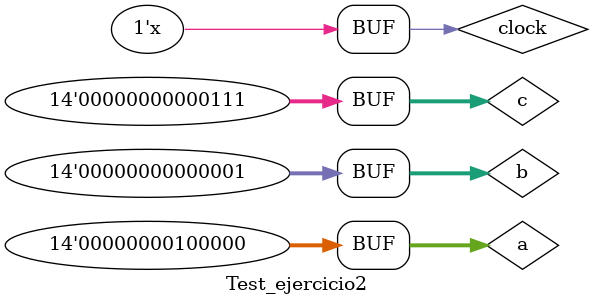
<source format=v>
`timescale 1ns / 1ps


module Test_ejercicio2;

	// Inputs
	reg [13:0] a;
	reg [13:0] b;
	reg [13:0] c;
	reg clock;

	// Outputs
	wire [13:0] result;

	// Instantiate the Unit Under Test (UUT)
	Ejercicio2 uut (
		.a(a), 
		.b(b), 
		.c(c), 
		.result(result), 
		.clock(clock)
	);
	
	always #10
	clock = ~clock;

	initial begin
		a = 3;
		b = 4;
		c = 7;
		clock = 0;

		#20;
		
		a = 8;
		b = 12;
		c = 2;
		
      #20; 
		
		a = 32;
		b = 1;
		c = 7;
		
	end
      
endmodule


</source>
